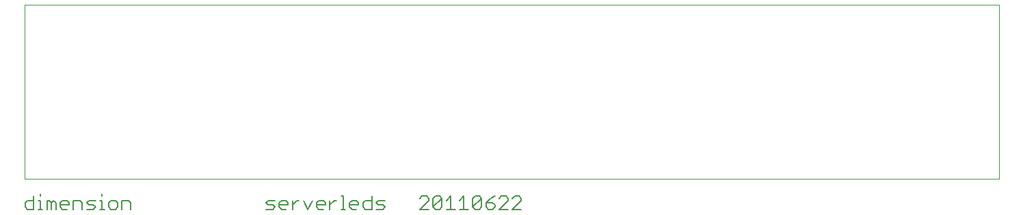
<source format=gm1>
G75*
G70*
%OFA0B0*%
%FSLAX24Y24*%
%IPPOS*%
%LPD*%
%AMOC8*
5,1,8,0,0,1.08239X$1,22.5*
%
%ADD10C,0.0000*%
%ADD11C,0.0060*%
D10*
X002792Y005846D02*
X050292Y005846D01*
X050292Y014346D01*
X002792Y014346D01*
X002792Y005846D01*
D11*
X002822Y004482D02*
X002929Y004376D01*
X003249Y004376D01*
X003249Y005016D01*
X003249Y004803D02*
X002929Y004803D01*
X002822Y004696D01*
X002822Y004482D01*
X003466Y004376D02*
X003680Y004376D01*
X003573Y004376D02*
X003573Y004803D01*
X003466Y004803D01*
X003573Y005016D02*
X003573Y005123D01*
X003896Y004803D02*
X004003Y004803D01*
X004110Y004696D01*
X004216Y004803D01*
X004323Y004696D01*
X004323Y004376D01*
X004110Y004376D02*
X004110Y004696D01*
X003896Y004803D02*
X003896Y004376D01*
X004541Y004482D02*
X004541Y004696D01*
X004647Y004803D01*
X004861Y004803D01*
X004968Y004696D01*
X004968Y004589D01*
X004541Y004589D01*
X004541Y004482D02*
X004647Y004376D01*
X004861Y004376D01*
X005185Y004376D02*
X005185Y004803D01*
X005505Y004803D01*
X005612Y004696D01*
X005612Y004376D01*
X005830Y004376D02*
X006150Y004376D01*
X006257Y004482D01*
X006150Y004589D01*
X005936Y004589D01*
X005830Y004696D01*
X005936Y004803D01*
X006257Y004803D01*
X006474Y004803D02*
X006581Y004803D01*
X006581Y004376D01*
X006474Y004376D02*
X006688Y004376D01*
X006904Y004482D02*
X007011Y004376D01*
X007224Y004376D01*
X007331Y004482D01*
X007331Y004696D01*
X007224Y004803D01*
X007011Y004803D01*
X006904Y004696D01*
X006904Y004482D01*
X007548Y004376D02*
X007548Y004803D01*
X007869Y004803D01*
X007975Y004696D01*
X007975Y004376D01*
X006581Y005016D02*
X006581Y005123D01*
X014572Y004696D02*
X014679Y004803D01*
X014999Y004803D01*
X014892Y004589D02*
X014679Y004589D01*
X014572Y004696D01*
X014572Y004376D02*
X014892Y004376D01*
X014999Y004482D01*
X014892Y004589D01*
X015216Y004589D02*
X015643Y004589D01*
X015643Y004696D01*
X015537Y004803D01*
X015323Y004803D01*
X015216Y004696D01*
X015216Y004482D01*
X015323Y004376D01*
X015537Y004376D01*
X015861Y004376D02*
X015861Y004803D01*
X016074Y004803D02*
X016181Y004803D01*
X016074Y004803D02*
X015861Y004589D01*
X016398Y004803D02*
X016611Y004376D01*
X016825Y004803D01*
X017042Y004696D02*
X017149Y004803D01*
X017363Y004803D01*
X017469Y004696D01*
X017469Y004589D01*
X017042Y004589D01*
X017042Y004482D02*
X017042Y004696D01*
X017042Y004482D02*
X017149Y004376D01*
X017363Y004376D01*
X017687Y004376D02*
X017687Y004803D01*
X017901Y004803D02*
X018007Y004803D01*
X017901Y004803D02*
X017687Y004589D01*
X018224Y004376D02*
X018438Y004376D01*
X018331Y004376D02*
X018331Y005016D01*
X018224Y005016D01*
X018654Y004696D02*
X018761Y004803D01*
X018974Y004803D01*
X019081Y004696D01*
X019081Y004589D01*
X018654Y004589D01*
X018654Y004482D02*
X018654Y004696D01*
X018654Y004482D02*
X018761Y004376D01*
X018974Y004376D01*
X019298Y004482D02*
X019298Y004696D01*
X019405Y004803D01*
X019725Y004803D01*
X019725Y005016D02*
X019725Y004376D01*
X019405Y004376D01*
X019298Y004482D01*
X019943Y004376D02*
X020263Y004376D01*
X020370Y004482D01*
X020263Y004589D01*
X020050Y004589D01*
X019943Y004696D01*
X020050Y004803D01*
X020370Y004803D01*
X022072Y004909D02*
X022179Y005016D01*
X022392Y005016D01*
X022499Y004909D01*
X022499Y004803D01*
X022072Y004376D01*
X022499Y004376D01*
X022716Y004482D02*
X023143Y004909D01*
X023143Y004482D01*
X023037Y004376D01*
X022823Y004376D01*
X022716Y004482D01*
X022716Y004909D01*
X022823Y005016D01*
X023037Y005016D01*
X023143Y004909D01*
X023361Y004803D02*
X023574Y005016D01*
X023574Y004376D01*
X023361Y004376D02*
X023788Y004376D01*
X024005Y004376D02*
X024432Y004376D01*
X024219Y004376D02*
X024219Y005016D01*
X024005Y004803D01*
X024650Y004909D02*
X024757Y005016D01*
X024970Y005016D01*
X025077Y004909D01*
X024650Y004482D01*
X024757Y004376D01*
X024970Y004376D01*
X025077Y004482D01*
X025077Y004909D01*
X025294Y004696D02*
X025615Y004696D01*
X025721Y004589D01*
X025721Y004482D01*
X025615Y004376D01*
X025401Y004376D01*
X025294Y004482D01*
X025294Y004696D01*
X025508Y004909D01*
X025721Y005016D01*
X025939Y004909D02*
X026046Y005016D01*
X026259Y005016D01*
X026366Y004909D01*
X026366Y004803D01*
X025939Y004376D01*
X026366Y004376D01*
X026584Y004376D02*
X027011Y004803D01*
X027011Y004909D01*
X026904Y005016D01*
X026690Y005016D01*
X026584Y004909D01*
X026584Y004376D02*
X027011Y004376D01*
X024650Y004482D02*
X024650Y004909D01*
M02*

</source>
